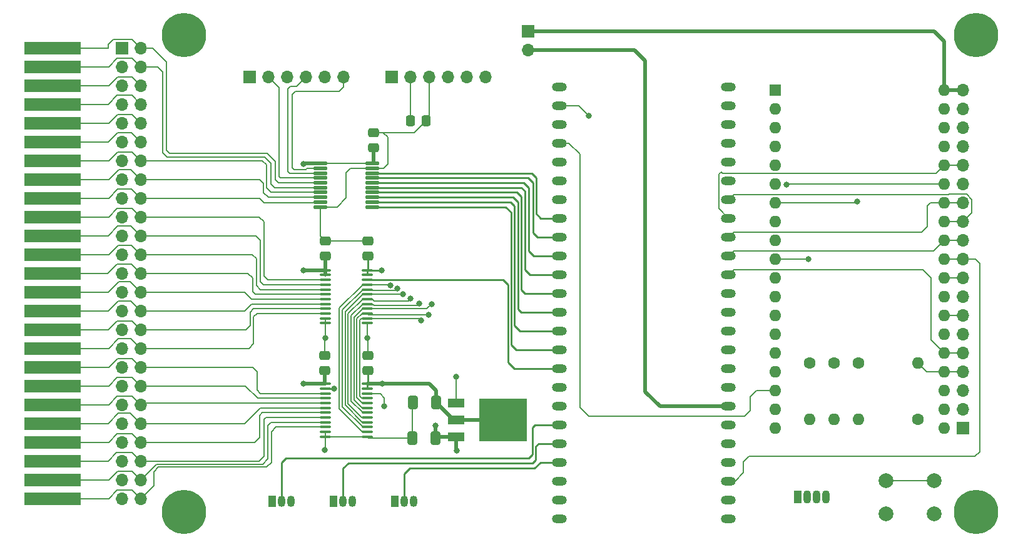
<source format=gbr>
%TF.GenerationSoftware,KiCad,Pcbnew,(6.0.6-0)*%
%TF.CreationDate,2022-07-26T13:54:30-07:00*%
%TF.ProjectId,TRS-IO-M3,5452532d-494f-42d4-9d33-2e6b69636164,rev?*%
%TF.SameCoordinates,Original*%
%TF.FileFunction,Copper,L1,Top*%
%TF.FilePolarity,Positive*%
%FSLAX46Y46*%
G04 Gerber Fmt 4.6, Leading zero omitted, Abs format (unit mm)*
G04 Created by KiCad (PCBNEW (6.0.6-0)) date 2022-07-26 13:54:30*
%MOMM*%
%LPD*%
G01*
G04 APERTURE LIST*
G04 Aperture macros list*
%AMRoundRect*
0 Rectangle with rounded corners*
0 $1 Rounding radius*
0 $2 $3 $4 $5 $6 $7 $8 $9 X,Y pos of 4 corners*
0 Add a 4 corners polygon primitive as box body*
4,1,4,$2,$3,$4,$5,$6,$7,$8,$9,$2,$3,0*
0 Add four circle primitives for the rounded corners*
1,1,$1+$1,$2,$3*
1,1,$1+$1,$4,$5*
1,1,$1+$1,$6,$7*
1,1,$1+$1,$8,$9*
0 Add four rect primitives between the rounded corners*
20,1,$1+$1,$2,$3,$4,$5,0*
20,1,$1+$1,$4,$5,$6,$7,0*
20,1,$1+$1,$6,$7,$8,$9,0*
20,1,$1+$1,$8,$9,$2,$3,0*%
G04 Aperture macros list end*
%TA.AperFunction,ComponentPad*%
%ADD10C,6.000000*%
%TD*%
%TA.AperFunction,ComponentPad*%
%ADD11C,0.800000*%
%TD*%
%TA.AperFunction,ComponentPad*%
%ADD12C,1.600000*%
%TD*%
%TA.AperFunction,ComponentPad*%
%ADD13O,1.600000X1.600000*%
%TD*%
%TA.AperFunction,ComponentPad*%
%ADD14R,1.700000X1.700000*%
%TD*%
%TA.AperFunction,ComponentPad*%
%ADD15O,1.700000X1.700000*%
%TD*%
%TA.AperFunction,SMDPad,CuDef*%
%ADD16RoundRect,0.250000X-0.475000X0.337500X-0.475000X-0.337500X0.475000X-0.337500X0.475000X0.337500X0*%
%TD*%
%TA.AperFunction,ComponentPad*%
%ADD17O,2.000000X1.200000*%
%TD*%
%TA.AperFunction,SMDPad,CuDef*%
%ADD18RoundRect,0.250000X0.475000X-0.337500X0.475000X0.337500X-0.475000X0.337500X-0.475000X-0.337500X0*%
%TD*%
%TA.AperFunction,SMDPad,CuDef*%
%ADD19R,2.200000X1.200000*%
%TD*%
%TA.AperFunction,SMDPad,CuDef*%
%ADD20R,6.400000X5.800000*%
%TD*%
%TA.AperFunction,SMDPad,CuDef*%
%ADD21RoundRect,0.100000X-0.637500X-0.100000X0.637500X-0.100000X0.637500X0.100000X-0.637500X0.100000X0*%
%TD*%
%TA.AperFunction,ComponentPad*%
%ADD22R,1.050000X1.500000*%
%TD*%
%TA.AperFunction,ComponentPad*%
%ADD23O,1.050000X1.500000*%
%TD*%
%TA.AperFunction,SMDPad,CuDef*%
%ADD24RoundRect,0.250000X0.412500X0.650000X-0.412500X0.650000X-0.412500X-0.650000X0.412500X-0.650000X0*%
%TD*%
%TA.AperFunction,ComponentPad*%
%ADD25R,1.600000X1.600000*%
%TD*%
%TA.AperFunction,ConnectorPad*%
%ADD26R,7.620000X1.778000*%
%TD*%
%TA.AperFunction,ComponentPad*%
%ADD27R,1.070000X1.800000*%
%TD*%
%TA.AperFunction,ComponentPad*%
%ADD28O,1.070000X1.800000*%
%TD*%
%TA.AperFunction,ComponentPad*%
%ADD29C,2.000000*%
%TD*%
%TA.AperFunction,SMDPad,CuDef*%
%ADD30RoundRect,0.250000X-0.337500X-0.475000X0.337500X-0.475000X0.337500X0.475000X-0.337500X0.475000X0*%
%TD*%
%TA.AperFunction,SMDPad,CuDef*%
%ADD31RoundRect,0.125000X-0.825000X-0.125000X0.825000X-0.125000X0.825000X0.125000X-0.825000X0.125000X0*%
%TD*%
%TA.AperFunction,ViaPad*%
%ADD32C,0.800000*%
%TD*%
%TA.AperFunction,Conductor*%
%ADD33C,0.200000*%
%TD*%
%TA.AperFunction,Conductor*%
%ADD34C,0.500380*%
%TD*%
%TA.AperFunction,Conductor*%
%ADD35C,0.250000*%
%TD*%
G04 APERTURE END LIST*
D10*
%TO.P,H1,1*%
%TO.N,N/C*%
X124714000Y-60960000D03*
D11*
X126304990Y-62550990D03*
X123123010Y-59369010D03*
X126964000Y-60960000D03*
X124714000Y-58710000D03*
X122464000Y-60960000D03*
X124714000Y-63210000D03*
X126304990Y-59369010D03*
X123123010Y-62550990D03*
%TD*%
%TO.P,H2,1*%
%TO.N,N/C*%
X233540990Y-62550990D03*
X234200000Y-60960000D03*
D10*
X231950000Y-60960000D03*
D11*
X229700000Y-60960000D03*
X230359010Y-62550990D03*
X230359010Y-59369010D03*
X233540990Y-59369010D03*
X231950000Y-63210000D03*
X231950000Y-58710000D03*
%TD*%
%TO.P,H3,1*%
%TO.N,N/C*%
X126964000Y-125476000D03*
X124714000Y-127726000D03*
X126304990Y-123885010D03*
X123123010Y-127066990D03*
D10*
X124714000Y-125476000D03*
D11*
X122464000Y-125476000D03*
X124714000Y-123226000D03*
X126304990Y-127066990D03*
X123123010Y-123885010D03*
%TD*%
%TO.P,H4,1*%
%TO.N,N/C*%
X233540990Y-123885010D03*
X229700000Y-125476000D03*
X233540990Y-127066990D03*
X231950000Y-127726000D03*
X230359010Y-123885010D03*
X234200000Y-125476000D03*
X231950000Y-123226000D03*
X230359010Y-127066990D03*
D10*
X231950000Y-125476000D03*
%TD*%
D12*
%TO.P,R1,1*%
%TO.N,LED_RED*%
X209350000Y-105323000D03*
D13*
%TO.P,R1,2*%
%TO.N,Net-(D1-Pad1)*%
X209350000Y-112943000D03*
%TD*%
D12*
%TO.P,R2,1*%
%TO.N,LED_GREEN*%
X215954000Y-105323000D03*
D13*
%TO.P,R2,2*%
%TO.N,Net-(D1-Pad4)*%
X215954000Y-112943000D03*
%TD*%
D14*
%TO.P,J5,1,Pin_1*%
%TO.N,GND*%
X133600000Y-66675000D03*
D15*
%TO.P,J5,2,Pin_2*%
%TO.N,VIDEO*%
X136140000Y-66675000D03*
%TO.P,J5,3,Pin_3*%
%TO.N,GND*%
X138680000Y-66675000D03*
%TO.P,J5,4,Pin_4*%
%TO.N,VSYNC*%
X141220000Y-66675000D03*
%TO.P,J5,5,Pin_5*%
%TO.N,GND*%
X143760000Y-66675000D03*
%TO.P,J5,6,Pin_6*%
%TO.N,HSYNC*%
X146300000Y-66675000D03*
%TD*%
D16*
%TO.P,C6,1*%
%TO.N,GND*%
X149650000Y-104312500D03*
%TO.P,C6,2*%
%TO.N,+1V8*%
X149650000Y-106387500D03*
%TD*%
D17*
%TO.P,U5,1,Pad_38*%
%TO.N,CS_SD_CARD*%
X175520000Y-67985000D03*
%TO.P,U5,2,Pad_37*%
%TO.N,MOSI*%
X175520000Y-70525000D03*
%TO.P,U5,3,Pad_36*%
%TO.N,SCK*%
X175520000Y-73065000D03*
%TO.P,U5,4,Pad_39*%
%TO.N,MISO*%
X175520000Y-75605000D03*
%TO.P,U5,5,Pad_25*%
%TO.N,HSYNC_O*%
X175520000Y-78145000D03*
%TO.P,U5,6,Pad_26*%
%TO.N,VSYNC_O*%
X175520000Y-80685000D03*
%TO.P,U5,7,Pad_27*%
%TO.N,VIDEO_O*%
X175520000Y-83225000D03*
%TO.P,U5,8,Pad_28*%
%TO.N,HSYNCX*%
X175520000Y-85765000D03*
%TO.P,U5,9,Pad_29*%
%TO.N,VSYNCX*%
X175520000Y-88305000D03*
%TO.P,U5,10,Pad_30*%
%TO.N,VIDEOX*%
X175520000Y-90845000D03*
%TO.P,U5,11,Pad_33*%
%TO.N,_IORQX*%
X175520000Y-93385000D03*
%TO.P,U5,12,Pad_34*%
%TO.N,_M1X*%
X175520000Y-95925000D03*
%TO.P,U5,13,Pad_40*%
%TO.N,_RESETX*%
X175520000Y-98465000D03*
%TO.P,U5,14,Pad_35*%
%TO.N,_OUTX*%
X175520000Y-101005000D03*
%TO.P,U5,15,Pad_41*%
%TO.N,_INX*%
X175520000Y-103545000D03*
%TO.P,U5,16,Pad_42*%
%TO.N,ABUS_SEL_N*%
X175520000Y-106085000D03*
%TO.P,U5,17,Pad_51*%
%TO.N,READ_N*%
X175520000Y-108625000D03*
%TO.P,U5,18,Pad_53*%
%TO.N,DBUS_SEL_N*%
X175520000Y-111165000D03*
%TO.P,U5,19,Pad_54*%
%TO.N,INT*%
X175520000Y-113705000D03*
%TO.P,U5,20,Pad_55*%
%TO.N,WAIT*%
X175520000Y-116245000D03*
%TO.P,U5,21,Pad_56*%
%TO.N,EXTIOSEL*%
X175520000Y-118785000D03*
%TO.P,U5,22,Pad_57*%
%TO.N,unconnected-(U5-Pad22)*%
X175520000Y-121325000D03*
%TO.P,U5,23,Pad_68*%
%TO.N,unconnected-(U5-Pad23)*%
X175520000Y-123865000D03*
%TO.P,U5,24,Pad_69*%
%TO.N,unconnected-(U5-Pad24)*%
X175520000Y-126405000D03*
%TO.P,U5,25,3V3*%
%TO.N,+3V3*%
X198420000Y-126405000D03*
%TO.P,U5,26,GND*%
%TO.N,GND*%
X198420000Y-123865000D03*
%TO.P,U5,27,Pad_32*%
%TO.N,CS_FPGA*%
X198420000Y-121325000D03*
%TO.P,U5,28,Pad_31*%
%TO.N,ESP_S2*%
X198420000Y-118785000D03*
%TO.P,U5,29,Pad_49*%
%TO.N,ESP_S1*%
X198420000Y-116245000D03*
%TO.P,U5,30,Pad_48*%
%TO.N,ESP_S0*%
X198420000Y-113705000D03*
%TO.P,U5,31,5V*%
%TO.N,VU*%
X198420000Y-111165000D03*
%TO.P,U5,32,Pad_70*%
%TO.N,unconnected-(U5-Pad32)*%
X198420000Y-108625000D03*
%TO.P,U5,33,Pad_71*%
%TO.N,unconnected-(U5-Pad33)*%
X198420000Y-106085000D03*
%TO.P,U5,34,Pad_72*%
%TO.N,unconnected-(U5-Pad34)*%
X198420000Y-103545000D03*
%TO.P,U5,35,Pad_73*%
%TO.N,unconnected-(U5-Pad35)*%
X198420000Y-101005000D03*
%TO.P,U5,36,Pad_74*%
%TO.N,unconnected-(U5-Pad36)*%
X198420000Y-98465000D03*
%TO.P,U5,37,Pad_75*%
%TO.N,unconnected-(U5-Pad37)*%
X198420000Y-95925000D03*
%TO.P,U5,38,Pad_76*%
%TO.N,REQ*%
X198420000Y-93385000D03*
%TO.P,U5,39,Pad_77*%
%TO.N,DONE*%
X198420000Y-90845000D03*
%TO.P,U5,40,Pad_79*%
%TO.N,A0D7*%
X198420000Y-88305000D03*
%TO.P,U5,41,Pad_80*%
%TO.N,A1D6*%
X198420000Y-85765000D03*
%TO.P,U5,42,Pad_81*%
%TO.N,A2D5*%
X198420000Y-83225000D03*
%TO.P,U5,43,Pad_82*%
%TO.N,A3D4*%
X198420000Y-80685000D03*
%TO.P,U5,44,Pad_83*%
%TO.N,A4D3*%
X198420000Y-78145000D03*
%TO.P,U5,45,Pad_84*%
%TO.N,A5D2*%
X198420000Y-75605000D03*
%TO.P,U5,46,Pad_85*%
%TO.N,A6D1*%
X198420000Y-73065000D03*
%TO.P,U5,47,Pad_86*%
%TO.N,A7D0*%
X198420000Y-70525000D03*
%TO.P,U5,48,Pad_63*%
%TO.N,unconnected-(U5-Pad48)*%
X198420000Y-67985000D03*
%TD*%
D18*
%TO.P,C1,1*%
%TO.N,+3V3*%
X143850000Y-90887500D03*
%TO.P,C1,2*%
%TO.N,GND*%
X143850000Y-88812500D03*
%TD*%
D16*
%TO.P,C7,1*%
%TO.N,GND*%
X150400000Y-74162500D03*
%TO.P,C7,2*%
%TO.N,+3V3*%
X150400000Y-76237500D03*
%TD*%
D19*
%TO.P,U4,1,GND*%
%TO.N,GND*%
X161575000Y-110795000D03*
%TO.P,U4,2,VO*%
%TO.N,+1V8*%
X161575000Y-113075000D03*
D20*
X167875000Y-113075000D03*
D19*
%TO.P,U4,3,VI*%
%TO.N,+3V3*%
X161575000Y-115355000D03*
%TD*%
D21*
%TO.P,U2,1,VCCA*%
%TO.N,+3V3*%
X143837500Y-108175000D03*
%TO.P,U2,2,DIR*%
%TO.N,READ_N*%
X143837500Y-108825000D03*
%TO.P,U2,3,A1*%
%TO.N,D7*%
X143837500Y-109475000D03*
%TO.P,U2,4,A2*%
%TO.N,D6*%
X143837500Y-110125000D03*
%TO.P,U2,5,A3*%
%TO.N,D5*%
X143837500Y-110775000D03*
%TO.P,U2,6,A4*%
%TO.N,D4*%
X143837500Y-111425000D03*
%TO.P,U2,7,A5*%
%TO.N,D3*%
X143837500Y-112075000D03*
%TO.P,U2,8,A6*%
%TO.N,D2*%
X143837500Y-112725000D03*
%TO.P,U2,9,A7*%
%TO.N,D1*%
X143837500Y-113375000D03*
%TO.P,U2,10,A8*%
%TO.N,D0*%
X143837500Y-114025000D03*
%TO.P,U2,11,GND*%
%TO.N,GND*%
X143837500Y-114675000D03*
%TO.P,U2,12,GND*%
X143837500Y-115325000D03*
%TO.P,U2,13,GND*%
X149562500Y-115325000D03*
%TO.P,U2,14,B8*%
%TO.N,A7D0*%
X149562500Y-114675000D03*
%TO.P,U2,15,B7*%
%TO.N,A6D1*%
X149562500Y-114025000D03*
%TO.P,U2,16,B6*%
%TO.N,A5D2*%
X149562500Y-113375000D03*
%TO.P,U2,17,B5*%
%TO.N,A4D3*%
X149562500Y-112725000D03*
%TO.P,U2,18,B4*%
%TO.N,A3D4*%
X149562500Y-112075000D03*
%TO.P,U2,19,B3*%
%TO.N,A2D5*%
X149562500Y-111425000D03*
%TO.P,U2,20,B2*%
%TO.N,A1D6*%
X149562500Y-110775000D03*
%TO.P,U2,21,B1*%
%TO.N,A0D7*%
X149562500Y-110125000D03*
%TO.P,U2,22,OEn*%
%TO.N,DBUS_SEL_N*%
X149562500Y-109475000D03*
%TO.P,U2,23,VCCB*%
%TO.N,+1V8*%
X149562500Y-108825000D03*
%TO.P,U2,24,VCCB*%
X149562500Y-108175000D03*
%TD*%
D16*
%TO.P,C3,1*%
%TO.N,GND*%
X149600000Y-88812500D03*
%TO.P,C3,2*%
%TO.N,+1V8*%
X149600000Y-90887500D03*
%TD*%
D22*
%TO.P,Q2,1,S*%
%TO.N,GND*%
X144990000Y-124060000D03*
D23*
%TO.P,Q2,2,G*%
%TO.N,WAIT*%
X146260000Y-124060000D03*
%TO.P,Q2,3,D*%
%TO.N,_IOWAIT*%
X147530000Y-124060000D03*
%TD*%
D24*
%TO.P,C4,1*%
%TO.N,+1V8*%
X158812500Y-110700000D03*
%TO.P,C4,2*%
%TO.N,GND*%
X155687500Y-110700000D03*
%TD*%
D14*
%TO.P,J4,1,Pin_1*%
%TO.N,+5V*%
X171300000Y-60475000D03*
D15*
%TO.P,J4,2,Pin_2*%
%TO.N,VU*%
X171300000Y-63015000D03*
%TD*%
D25*
%TO.P,U6,1,GPIO6*%
%TO.N,unconnected-(U6-Pad1)*%
X204750000Y-68400000D03*
D13*
%TO.P,U6,2,GPIO7*%
%TO.N,unconnected-(U6-Pad2)*%
X204750000Y-70940000D03*
%TO.P,U6,3,GPIO8*%
%TO.N,unconnected-(U6-Pad3)*%
X204750000Y-73480000D03*
%TO.P,U6,4,GPIO15*%
%TO.N,A3D4*%
X204750000Y-76020000D03*
%TO.P,U6,5,GPIO2*%
%TO.N,unconnected-(U6-Pad5)*%
X204750000Y-78560000D03*
%TO.P,U6,6,GPIO0*%
%TO.N,unconnected-(U6-Pad6)*%
X204750000Y-81100000D03*
%TO.P,U6,7,GPIO4*%
%TO.N,LED_GREEN*%
X204750000Y-83640000D03*
%TO.P,U6,8,GPIO16*%
%TO.N,ESP_S0*%
X204750000Y-86180000D03*
%TO.P,U6,9,GPIO17*%
%TO.N,ESP_S1*%
X204750000Y-88720000D03*
%TO.P,U6,10,GPIO5*%
%TO.N,LED_RED*%
X204750000Y-91260000D03*
%TO.P,U6,11,GPIO18*%
%TO.N,ESP_S2*%
X204750000Y-93800000D03*
%TO.P,U6,12,GPIO19*%
%TO.N,unconnected-(U6-Pad12)*%
X204750000Y-96340000D03*
%TO.P,U6,13,GND*%
%TO.N,GND*%
X204750000Y-98880000D03*
%TO.P,U6,14,GPIO21*%
%TO.N,MOSI*%
X204750000Y-101420000D03*
%TO.P,U6,15,GPIO3*%
%TO.N,unconnected-(U6-Pad15)*%
X204750000Y-103960000D03*
%TO.P,U6,16,GPIO1*%
%TO.N,unconnected-(U6-Pad16)*%
X204750000Y-106500000D03*
%TO.P,U6,17,GPIO22*%
%TO.N,MISO*%
X204750000Y-109040000D03*
%TO.P,U6,18,GPIO23*%
%TO.N,CS_SD_CARD*%
X204750000Y-111580000D03*
%TO.P,U6,19,GND*%
%TO.N,GND*%
X204750000Y-114120000D03*
%TO.P,U6,20,3V3*%
%TO.N,unconnected-(U6-Pad20)*%
X227610000Y-114120000D03*
%TO.P,U6,21,RESET*%
%TO.N,unconnected-(U6-Pad21)*%
X227610000Y-111580000D03*
%TO.P,U6,22,GPIO36*%
%TO.N,unconnected-(U6-Pad22)*%
X227610000Y-109040000D03*
%TO.P,U6,23,GPIO39*%
%TO.N,BUTTON*%
X227610000Y-106500000D03*
%TO.P,U6,24,GPIO34*%
%TO.N,REQ*%
X227610000Y-103960000D03*
%TO.P,U6,25,GPIO35*%
%TO.N,unconnected-(U6-Pad25)*%
X227610000Y-101420000D03*
%TO.P,U6,26,GPIO32*%
%TO.N,LED_BLUE*%
X227610000Y-98880000D03*
%TO.P,U6,27,GPIO33*%
%TO.N,unconnected-(U6-Pad27)*%
X227610000Y-96340000D03*
%TO.P,U6,28,GPIO25*%
%TO.N,SCK*%
X227610000Y-93800000D03*
%TO.P,U6,29,GPIO26*%
%TO.N,CS_FPGA*%
X227610000Y-91260000D03*
%TO.P,U6,30,GPIO27*%
%TO.N,DONE*%
X227610000Y-88720000D03*
%TO.P,U6,31,GPIO14*%
%TO.N,A2D5*%
X227610000Y-86180000D03*
%TO.P,U6,32,GPIO12*%
%TO.N,A0D7*%
X227610000Y-83640000D03*
%TO.P,U6,33,GND*%
%TO.N,GND*%
X227610000Y-81100000D03*
%TO.P,U6,34,GPIO13*%
%TO.N,A1D6*%
X227610000Y-78560000D03*
%TO.P,U6,35,GPIO9*%
%TO.N,unconnected-(U6-Pad35)*%
X227610000Y-76020000D03*
%TO.P,U6,36,GPIO10*%
%TO.N,unconnected-(U6-Pad36)*%
X227610000Y-73480000D03*
%TO.P,U6,37,GPIO11*%
%TO.N,unconnected-(U6-Pad37)*%
X227610000Y-70940000D03*
%TO.P,U6,38,5V*%
%TO.N,+5V*%
X227610000Y-68463500D03*
%TD*%
D12*
%TO.P,R4,1*%
%TO.N,+3V3*%
X224054000Y-112943000D03*
D13*
%TO.P,R4,2*%
%TO.N,BUTTON*%
X224054000Y-105323000D03*
%TD*%
D26*
%TO.P,J1,1,Pin_1*%
%TO.N,D0*%
X106934000Y-123698000D03*
%TO.P,J1,3,Pin_3*%
%TO.N,D1*%
X106934000Y-121158000D03*
%TO.P,J1,5,Pin_5*%
%TO.N,D2*%
X106934000Y-118618000D03*
%TO.P,J1,7,Pin_7*%
%TO.N,D3*%
X106934000Y-116078000D03*
%TO.P,J1,9,Pin_9*%
%TO.N,D4*%
X106934000Y-113538000D03*
%TO.P,J1,11,Pin_11*%
%TO.N,D5*%
X106934000Y-110998000D03*
%TO.P,J1,13,Pin_13*%
%TO.N,D6*%
X106934000Y-108458000D03*
%TO.P,J1,15,Pin_15*%
%TO.N,D7*%
X106934000Y-105918000D03*
%TO.P,J1,17,Pin_17*%
%TO.N,A0*%
X106934000Y-103378000D03*
%TO.P,J1,19,Pin_19*%
%TO.N,A1*%
X106934000Y-100838000D03*
%TO.P,J1,21,Pin_21*%
%TO.N,A2*%
X106934000Y-98298000D03*
%TO.P,J1,23,Pin_23*%
%TO.N,A3*%
X106934000Y-95758000D03*
%TO.P,J1,25,Pin_25*%
%TO.N,A4*%
X106934000Y-93218000D03*
%TO.P,J1,27,Pin_27*%
%TO.N,A5*%
X106934000Y-90678000D03*
%TO.P,J1,29,Pin_29*%
%TO.N,A6*%
X106934000Y-88138000D03*
%TO.P,J1,31,Pin_31*%
%TO.N,A7*%
X106934000Y-85598000D03*
%TO.P,J1,33,Pin_33*%
%TO.N,_IN*%
X106934000Y-83058000D03*
%TO.P,J1,35,Pin_35*%
%TO.N,_OUT*%
X106934000Y-80518000D03*
%TO.P,J1,37,Pin_37*%
%TO.N,_RESET*%
X106934000Y-77978000D03*
%TO.P,J1,39,Pin_39*%
%TO.N,_IOINT*%
X106934000Y-75438000D03*
%TO.P,J1,41,Pin_41*%
%TO.N,_IOWAIT*%
X106934000Y-72898000D03*
%TO.P,J1,43,Pin_43*%
%TO.N,_EXTIOSEL*%
X106934000Y-70358000D03*
%TO.P,J1,45,Pin_45*%
%TO.N,NC*%
X106934000Y-67818000D03*
%TO.P,J1,47,Pin_47*%
%TO.N,_M1*%
X106934000Y-65278000D03*
%TO.P,J1,49,Pin_49*%
%TO.N,_IORQ*%
X106934000Y-62738000D03*
%TD*%
D22*
%TO.P,Q1,1,S*%
%TO.N,GND*%
X136700000Y-124060000D03*
D23*
%TO.P,Q1,2,G*%
%TO.N,INT*%
X137970000Y-124060000D03*
%TO.P,Q1,3,D*%
%TO.N,_IOINT*%
X139240000Y-124060000D03*
%TD*%
D14*
%TO.P,J6,1,Pin_1*%
%TO.N,GND*%
X152800000Y-66675000D03*
D15*
%TO.P,J6,2,Pin_2*%
%TO.N,VIDEO_O*%
X155340000Y-66675000D03*
%TO.P,J6,3,Pin_3*%
%TO.N,GND*%
X157880000Y-66675000D03*
%TO.P,J6,4,Pin_4*%
%TO.N,VSYNC_O*%
X160420000Y-66675000D03*
%TO.P,J6,5,Pin_5*%
%TO.N,GND*%
X162960000Y-66675000D03*
%TO.P,J6,6,Pin_6*%
%TO.N,HSYNC_O*%
X165500000Y-66675000D03*
%TD*%
D12*
%TO.P,R3,1*%
%TO.N,LED_BLUE*%
X212652000Y-105323000D03*
D13*
%TO.P,R3,2*%
%TO.N,Net-(D1-Pad3)*%
X212652000Y-112943000D03*
%TD*%
D27*
%TO.P,D1,1,RA*%
%TO.N,Net-(D1-Pad1)*%
X207750000Y-123500000D03*
D28*
%TO.P,D1,2,K*%
%TO.N,GND*%
X209020000Y-123500000D03*
%TO.P,D1,3,BA*%
%TO.N,Net-(D1-Pad3)*%
X210290000Y-123500000D03*
%TO.P,D1,4,GA*%
%TO.N,Net-(D1-Pad4)*%
X211560000Y-123500000D03*
%TD*%
D15*
%TO.P,J2,1,Pin_1*%
%TO.N,D0*%
X118867000Y-123703000D03*
%TO.P,J2,2,Pin_2*%
%TO.N,GND*%
X116327000Y-123703000D03*
%TO.P,J2,3,Pin_3*%
%TO.N,D1*%
X118867000Y-121163000D03*
%TO.P,J2,4,Pin_4*%
%TO.N,GND*%
X116327000Y-121163000D03*
%TO.P,J2,5,Pin_5*%
%TO.N,D2*%
X118867000Y-118623000D03*
%TO.P,J2,6,Pin_6*%
%TO.N,GND*%
X116327000Y-118623000D03*
%TO.P,J2,7,Pin_7*%
%TO.N,D3*%
X118867000Y-116083000D03*
%TO.P,J2,8,Pin_8*%
%TO.N,GND*%
X116327000Y-116083000D03*
%TO.P,J2,9,Pin_9*%
%TO.N,D4*%
X118867000Y-113543000D03*
%TO.P,J2,10,Pin_10*%
%TO.N,GND*%
X116327000Y-113543000D03*
%TO.P,J2,11,Pin_11*%
%TO.N,D5*%
X118867000Y-111003000D03*
%TO.P,J2,12,Pin_12*%
%TO.N,GND*%
X116327000Y-111003000D03*
%TO.P,J2,13,Pin_13*%
%TO.N,D6*%
X118867000Y-108463000D03*
%TO.P,J2,14,Pin_14*%
%TO.N,GND*%
X116327000Y-108463000D03*
%TO.P,J2,15,Pin_15*%
%TO.N,D7*%
X118867000Y-105923000D03*
%TO.P,J2,16,Pin_16*%
%TO.N,GND*%
X116327000Y-105923000D03*
%TO.P,J2,17,Pin_17*%
%TO.N,A0*%
X118867000Y-103383000D03*
%TO.P,J2,18,Pin_18*%
%TO.N,GND*%
X116327000Y-103383000D03*
%TO.P,J2,19,Pin_19*%
%TO.N,A1*%
X118867000Y-100843000D03*
%TO.P,J2,20,Pin_20*%
%TO.N,GND*%
X116327000Y-100843000D03*
%TO.P,J2,21,Pin_21*%
%TO.N,A2*%
X118867000Y-98303000D03*
%TO.P,J2,22,Pin_22*%
%TO.N,GND*%
X116327000Y-98303000D03*
%TO.P,J2,23,Pin_23*%
%TO.N,A3*%
X118867000Y-95763000D03*
%TO.P,J2,24,Pin_24*%
%TO.N,GND*%
X116327000Y-95763000D03*
%TO.P,J2,25,Pin_25*%
%TO.N,A4*%
X118867000Y-93223000D03*
%TO.P,J2,26,Pin_26*%
%TO.N,GND*%
X116327000Y-93223000D03*
%TO.P,J2,27,Pin_27*%
%TO.N,A5*%
X118867000Y-90683000D03*
%TO.P,J2,28,Pin_28*%
%TO.N,GND*%
X116327000Y-90683000D03*
%TO.P,J2,29,Pin_29*%
%TO.N,A6*%
X118867000Y-88143000D03*
%TO.P,J2,30,Pin_30*%
%TO.N,GND*%
X116327000Y-88143000D03*
%TO.P,J2,31,Pin_31*%
%TO.N,A7*%
X118867000Y-85603000D03*
%TO.P,J2,32,Pin_32*%
%TO.N,GND*%
X116327000Y-85603000D03*
%TO.P,J2,33,Pin_33*%
%TO.N,_IN*%
X118867000Y-83063000D03*
%TO.P,J2,34,Pin_34*%
%TO.N,GND*%
X116327000Y-83063000D03*
%TO.P,J2,35,Pin_35*%
%TO.N,_OUT*%
X118867000Y-80523000D03*
%TO.P,J2,36,Pin_36*%
%TO.N,GND*%
X116327000Y-80523000D03*
%TO.P,J2,37,Pin_37*%
%TO.N,_RESET*%
X118867000Y-77983000D03*
%TO.P,J2,38,Pin_38*%
%TO.N,GND*%
X116327000Y-77983000D03*
%TO.P,J2,39,Pin_39*%
%TO.N,_IOINT*%
X118867000Y-75443000D03*
%TO.P,J2,40,Pin_40*%
%TO.N,GND*%
X116327000Y-75443000D03*
%TO.P,J2,41,Pin_41*%
%TO.N,_IOWAIT*%
X118867000Y-72903000D03*
%TO.P,J2,42,Pin_42*%
%TO.N,GND*%
X116327000Y-72903000D03*
%TO.P,J2,43,Pin_43*%
%TO.N,_EXTIOSEL*%
X118867000Y-70363000D03*
%TO.P,J2,44,Pin_44*%
%TO.N,GND*%
X116327000Y-70363000D03*
%TO.P,J2,45,Pin_45*%
%TO.N,NC*%
X118867000Y-67823000D03*
%TO.P,J2,46,Pin_46*%
%TO.N,GND*%
X116327000Y-67823000D03*
%TO.P,J2,47,Pin_47*%
%TO.N,_M1*%
X118867000Y-65283000D03*
%TO.P,J2,48,Pin_48*%
%TO.N,GND*%
X116327000Y-65283000D03*
%TO.P,J2,49,Pin_49*%
%TO.N,_IORQ*%
X118867000Y-62743000D03*
D14*
%TO.P,J2,50,Pin_50*%
%TO.N,GND*%
X116327000Y-62743000D03*
%TD*%
D18*
%TO.P,C2,1*%
%TO.N,+3V3*%
X143800000Y-106387500D03*
%TO.P,C2,2*%
%TO.N,GND*%
X143800000Y-104312500D03*
%TD*%
D29*
%TO.P,SW1,1,1*%
%TO.N,GND*%
X226250000Y-125750000D03*
X219750000Y-125750000D03*
%TO.P,SW1,2,2*%
%TO.N,BUTTON*%
X226250000Y-121250000D03*
X219750000Y-121250000D03*
%TD*%
D21*
%TO.P,U1,1,VCCA*%
%TO.N,+3V3*%
X143837500Y-92800000D03*
%TO.P,U1,2,DIR*%
X143837500Y-93450000D03*
%TO.P,U1,3,A1*%
%TO.N,A7*%
X143837500Y-94100000D03*
%TO.P,U1,4,A2*%
%TO.N,A6*%
X143837500Y-94750000D03*
%TO.P,U1,5,A3*%
%TO.N,A5*%
X143837500Y-95400000D03*
%TO.P,U1,6,A4*%
%TO.N,A4*%
X143837500Y-96050000D03*
%TO.P,U1,7,A5*%
%TO.N,A3*%
X143837500Y-96700000D03*
%TO.P,U1,8,A6*%
%TO.N,A2*%
X143837500Y-97350000D03*
%TO.P,U1,9,A7*%
%TO.N,A1*%
X143837500Y-98000000D03*
%TO.P,U1,10,A8*%
%TO.N,A0*%
X143837500Y-98650000D03*
%TO.P,U1,11,GND*%
%TO.N,GND*%
X143837500Y-99300000D03*
%TO.P,U1,12,GND*%
X143837500Y-99950000D03*
%TO.P,U1,13,GND*%
X149562500Y-99950000D03*
%TO.P,U1,14,B8*%
%TO.N,A0D7*%
X149562500Y-99300000D03*
%TO.P,U1,15,B7*%
%TO.N,A1D6*%
X149562500Y-98650000D03*
%TO.P,U1,16,B6*%
%TO.N,A2D5*%
X149562500Y-98000000D03*
%TO.P,U1,17,B5*%
%TO.N,A3D4*%
X149562500Y-97350000D03*
%TO.P,U1,18,B4*%
%TO.N,A4D3*%
X149562500Y-96700000D03*
%TO.P,U1,19,B3*%
%TO.N,A5D2*%
X149562500Y-96050000D03*
%TO.P,U1,20,B2*%
%TO.N,A6D1*%
X149562500Y-95400000D03*
%TO.P,U1,21,B1*%
%TO.N,A7D0*%
X149562500Y-94750000D03*
%TO.P,U1,22,OEn*%
%TO.N,ABUS_SEL_N*%
X149562500Y-94100000D03*
%TO.P,U1,23,VCCB*%
%TO.N,+1V8*%
X149562500Y-93450000D03*
%TO.P,U1,24,VCCB*%
X149562500Y-92800000D03*
%TD*%
D24*
%TO.P,C5,1*%
%TO.N,+3V3*%
X158762500Y-115500000D03*
%TO.P,C5,2*%
%TO.N,GND*%
X155637500Y-115500000D03*
%TD*%
D30*
%TO.P,C8,1*%
%TO.N,VIDEO_O*%
X155375000Y-72550000D03*
%TO.P,C8,2*%
%TO.N,GND*%
X157450000Y-72550000D03*
%TD*%
D31*
%TO.P,U3,1,A->B*%
%TO.N,+3V3*%
X143200000Y-78375000D03*
%TO.P,U3,2,A0*%
%TO.N,HSYNC*%
X143200000Y-79025000D03*
%TO.P,U3,3,A1*%
%TO.N,VSYNC*%
X143200000Y-79675000D03*
%TO.P,U3,4,A2*%
%TO.N,VIDEO*%
X143200000Y-80325000D03*
%TO.P,U3,5,A3*%
%TO.N,_IORQ*%
X143200000Y-80975000D03*
%TO.P,U3,6,A4*%
%TO.N,_M1*%
X143200000Y-81625000D03*
%TO.P,U3,7,A5*%
%TO.N,_RESET*%
X143200000Y-82275000D03*
%TO.P,U3,8,A6*%
%TO.N,_OUT*%
X143200000Y-82925000D03*
%TO.P,U3,9,A7*%
%TO.N,_IN*%
X143200000Y-83575000D03*
%TO.P,U3,10,GND*%
%TO.N,GND*%
X143200000Y-84225000D03*
%TO.P,U3,11,B7*%
%TO.N,_INX*%
X150200000Y-84225000D03*
%TO.P,U3,12,B6*%
%TO.N,_OUTX*%
X150200000Y-83575000D03*
%TO.P,U3,13,B5*%
%TO.N,_RESETX*%
X150200000Y-82925000D03*
%TO.P,U3,14,B4*%
%TO.N,_M1X*%
X150200000Y-82275000D03*
%TO.P,U3,15,B3*%
%TO.N,_IORQX*%
X150200000Y-81625000D03*
%TO.P,U3,16,B2*%
%TO.N,VIDEOX*%
X150200000Y-80975000D03*
%TO.P,U3,17,B1*%
%TO.N,VSYNCX*%
X150200000Y-80325000D03*
%TO.P,U3,18,B0*%
%TO.N,HSYNCX*%
X150200000Y-79675000D03*
%TO.P,U3,19,CE*%
%TO.N,GND*%
X150200000Y-79025000D03*
%TO.P,U3,20,VCC*%
%TO.N,+3V3*%
X150200000Y-78375000D03*
%TD*%
D15*
%TO.P,J3,19,Pin_19*%
%TO.N,+5V*%
X230150000Y-68430000D03*
%TO.P,J3,18,Pin_18*%
%TO.N,unconnected-(J3-Pad18)*%
X230150000Y-70970000D03*
%TO.P,J3,17,Pin_17*%
%TO.N,unconnected-(J3-Pad17)*%
X230150000Y-73510000D03*
%TO.P,J3,16,Pin_16*%
%TO.N,unconnected-(J3-Pad16)*%
X230150000Y-76050000D03*
%TO.P,J3,15,Pin_15*%
%TO.N,A1D6*%
X230150000Y-78590000D03*
%TO.P,J3,14,Pin_14*%
%TO.N,GND*%
X230150000Y-81130000D03*
%TO.P,J3,13,Pin_13*%
%TO.N,A0D7*%
X230150000Y-83670000D03*
%TO.P,J3,12,Pin_12*%
%TO.N,A2D5*%
X230150000Y-86210000D03*
%TO.P,J3,11,Pin_11*%
%TO.N,DONE*%
X230150000Y-88750000D03*
%TO.P,J3,10,Pin_10*%
%TO.N,CS_FPGA*%
X230150000Y-91290000D03*
%TO.P,J3,9,Pin_9*%
%TO.N,SCK*%
X230150000Y-93830000D03*
%TO.P,J3,8,Pin_8*%
%TO.N,unconnected-(J3-Pad8)*%
X230150000Y-96370000D03*
%TO.P,J3,7,Pin_7*%
%TO.N,LED_BLUE*%
X230150000Y-98910000D03*
%TO.P,J3,6,Pin_6*%
%TO.N,unconnected-(J3-Pad6)*%
X230150000Y-101450000D03*
%TO.P,J3,5,Pin_5*%
%TO.N,REQ*%
X230150000Y-103990000D03*
%TO.P,J3,4,Pin_4*%
%TO.N,BUTTON*%
X230150000Y-106530000D03*
%TO.P,J3,3,Pin_3*%
%TO.N,unconnected-(J3-Pad3)*%
X230150000Y-109070000D03*
%TO.P,J3,2,Pin_2*%
%TO.N,unconnected-(J3-Pad2)*%
X230150000Y-111610000D03*
D14*
%TO.P,J3,1,Pin_1*%
%TO.N,unconnected-(J3-Pad1)*%
X230150000Y-114150000D03*
%TD*%
D22*
%TO.P,Q3,1,S*%
%TO.N,GND*%
X153280000Y-124060000D03*
D23*
%TO.P,Q3,2,G*%
%TO.N,EXTIOSEL*%
X154550000Y-124060000D03*
%TO.P,Q3,3,D*%
%TO.N,_EXTIOSEL*%
X155820000Y-124060000D03*
%TD*%
D32*
%TO.N,GND*%
X149550000Y-101950000D03*
X143850000Y-101950000D03*
X161550000Y-107200000D03*
X143750000Y-117150000D03*
X206250000Y-81200000D03*
%TO.N,LED_GREEN*%
X215800000Y-83500000D03*
%TO.N,LED_RED*%
X209200000Y-91300000D03*
%TO.N,MOSI*%
X179500000Y-71900000D03*
%TO.N,+3V3*%
X161600000Y-117200000D03*
%TO.N,A0D7*%
X156800000Y-99600000D03*
%TO.N,A1D6*%
X157800000Y-98800000D03*
%TO.N,A2D5*%
X158250000Y-97350000D03*
%TO.N,A3D4*%
X156550000Y-97300000D03*
%TO.N,A4D3*%
X155400000Y-96650000D03*
%TO.N,A5D2*%
X154350000Y-96050000D03*
%TO.N,A6D1*%
X153582448Y-95293852D03*
%TO.N,A7D0*%
X152700000Y-94824500D03*
%TO.N,READ_N*%
X145025500Y-108850000D03*
%TO.N,DBUS_SEL_N*%
X151850000Y-111200000D03*
%TO.N,+3V3*%
X140900000Y-78450000D03*
X140900000Y-92800000D03*
X140900000Y-108150000D03*
X158750000Y-113800000D03*
%TO.N,+1V8*%
X151500000Y-92850000D03*
X151525000Y-108175000D03*
%TD*%
D33*
%TO.N,GND*%
X149650000Y-104312500D02*
X149650000Y-102050000D01*
X149650000Y-102050000D02*
X149550000Y-101950000D01*
X149562500Y-101937500D02*
X149550000Y-101950000D01*
X149562500Y-99950000D02*
X149562500Y-101937500D01*
X143800000Y-104312500D02*
X143800000Y-102000000D01*
X143800000Y-102000000D02*
X143850000Y-101950000D01*
X143837500Y-101937500D02*
X143850000Y-101950000D01*
X143837500Y-99950000D02*
X143837500Y-101937500D01*
X143837500Y-99300000D02*
X143837500Y-99950000D01*
%TO.N,DBUS_SEL_N*%
X149587500Y-109500000D02*
X151300000Y-109500000D01*
X149562500Y-109475000D02*
X149587500Y-109500000D01*
X151300000Y-109500000D02*
X151850000Y-110050000D01*
X151850000Y-110050000D02*
X151850000Y-111200000D01*
%TO.N,GND*%
X161575000Y-107225000D02*
X161550000Y-107200000D01*
X161575000Y-110795000D02*
X161575000Y-107225000D01*
X143837500Y-117062500D02*
X143750000Y-117150000D01*
X143837500Y-115325000D02*
X143837500Y-117062500D01*
X146650000Y-79650000D02*
X146650000Y-83000000D01*
X145425000Y-84225000D02*
X143200000Y-84225000D01*
X150200000Y-79025000D02*
X147275000Y-79025000D01*
X147275000Y-79025000D02*
X146650000Y-79650000D01*
X146650000Y-83000000D02*
X145425000Y-84225000D01*
X152300000Y-78450000D02*
X152300000Y-74800000D01*
X150200000Y-79025000D02*
X151725000Y-79025000D01*
X152300000Y-74800000D02*
X151662500Y-74162500D01*
X151725000Y-79025000D02*
X152300000Y-78450000D01*
X151662500Y-74162500D02*
X150400000Y-74162500D01*
X150400000Y-74162500D02*
X155837500Y-74162500D01*
X155837500Y-74162500D02*
X157450000Y-72550000D01*
X157450000Y-72550000D02*
X157880000Y-72120000D01*
X157880000Y-72120000D02*
X157880000Y-66675000D01*
%TO.N,VIDEO_O*%
X155375000Y-72550000D02*
X155340000Y-72515000D01*
X155340000Y-72515000D02*
X155340000Y-66675000D01*
%TO.N,MISO*%
X204750000Y-109040000D02*
X202210000Y-109040000D01*
X202210000Y-109040000D02*
X201350000Y-109900000D01*
X200577110Y-112572890D02*
X179522890Y-112572890D01*
X179522890Y-112572890D02*
X178300000Y-111350000D01*
X178300000Y-111350000D02*
X178300000Y-77100000D01*
X201350000Y-109900000D02*
X201350000Y-111800000D01*
X178300000Y-77100000D02*
X176805000Y-75605000D01*
X201350000Y-111800000D02*
X200577110Y-112572890D01*
X176805000Y-75605000D02*
X175520000Y-75605000D01*
%TO.N,A0D7*%
X198420000Y-88305000D02*
X199105000Y-87620000D01*
X199105000Y-87620000D02*
X224530000Y-87620000D01*
X224530000Y-87620000D02*
X225300000Y-86850000D01*
X225300000Y-86850000D02*
X225300000Y-84100000D01*
X225300000Y-84100000D02*
X225760000Y-83640000D01*
X225760000Y-83640000D02*
X227610000Y-83640000D01*
%TO.N,GND*%
X206250000Y-81200000D02*
X206350000Y-81100000D01*
X206350000Y-81100000D02*
X227610000Y-81100000D01*
%TO.N,BUTTON*%
X219750000Y-121250000D02*
X226250000Y-121250000D01*
%TO.N,CS_FPGA*%
X198420000Y-121325000D02*
X199275000Y-121325000D01*
X232400000Y-91900000D02*
X231790000Y-91290000D01*
X199275000Y-121325000D02*
X200450000Y-120150000D01*
X231750000Y-118000000D02*
X232400000Y-117350000D01*
X200450000Y-120150000D02*
X200450000Y-118750000D01*
X200450000Y-118750000D02*
X201200000Y-118000000D01*
X201200000Y-118000000D02*
X231750000Y-118000000D01*
X232400000Y-117350000D02*
X232400000Y-91900000D01*
X231790000Y-91290000D02*
X230150000Y-91290000D01*
%TO.N,REQ*%
X224700000Y-92700000D02*
X225850000Y-93850000D01*
X225850000Y-102200000D02*
X227610000Y-103960000D01*
X198420000Y-93385000D02*
X199105000Y-92700000D01*
X225850000Y-93850000D02*
X225850000Y-102200000D01*
X199105000Y-92700000D02*
X224700000Y-92700000D01*
%TO.N,DONE*%
X198420000Y-90845000D02*
X199105000Y-90160000D01*
X199105000Y-90160000D02*
X226170000Y-90160000D01*
X226170000Y-90160000D02*
X227610000Y-88720000D01*
%TO.N,A1D6*%
X197120000Y-79807109D02*
X197427109Y-79500000D01*
X197120000Y-84465000D02*
X197120000Y-79807109D01*
X198420000Y-85765000D02*
X197120000Y-84465000D01*
X197427109Y-79500000D02*
X197587109Y-79660000D01*
X197587109Y-79660000D02*
X226510000Y-79660000D01*
X226510000Y-79660000D02*
X227610000Y-78560000D01*
%TO.N,A2D5*%
X199105000Y-82540000D02*
X228200000Y-82540000D01*
X198420000Y-83225000D02*
X199105000Y-82540000D01*
X228200000Y-82540000D02*
X228220000Y-82520000D01*
X228220000Y-82520000D02*
X230626346Y-82520000D01*
X230626346Y-82520000D02*
X231350000Y-83243654D01*
X231350000Y-83243654D02*
X231350000Y-85010000D01*
X231350000Y-85010000D02*
X230150000Y-86210000D01*
%TO.N,LED_GREEN*%
X215660000Y-83640000D02*
X215800000Y-83500000D01*
X204750000Y-83640000D02*
X215660000Y-83640000D01*
%TO.N,LED_RED*%
X209160000Y-91260000D02*
X209200000Y-91300000D01*
X204750000Y-91260000D02*
X209160000Y-91260000D01*
D34*
%TO.N,VU*%
X171300000Y-63015000D02*
X185715000Y-63015000D01*
X187150000Y-64450000D02*
X187150000Y-109200000D01*
X185715000Y-63015000D02*
X187150000Y-64450000D01*
X187150000Y-109200000D02*
X189115000Y-111165000D01*
X189115000Y-111165000D02*
X198420000Y-111165000D01*
D33*
%TO.N,MOSI*%
X175520000Y-70525000D02*
X178125000Y-70525000D01*
X178125000Y-70525000D02*
X179500000Y-71900000D01*
D34*
%TO.N,+5V*%
X227610000Y-68463500D02*
X227610000Y-61810000D01*
X227610000Y-61810000D02*
X226275000Y-60475000D01*
X226275000Y-60475000D02*
X171300000Y-60475000D01*
D33*
%TO.N,BUTTON*%
X227610000Y-106500000D02*
X225231000Y-106500000D01*
X225231000Y-106500000D02*
X224054000Y-105323000D01*
X227610000Y-106500000D02*
X230120000Y-106500000D01*
X230120000Y-106500000D02*
X230150000Y-106530000D01*
%TO.N,REQ*%
X227610000Y-103960000D02*
X230120000Y-103960000D01*
X230120000Y-103960000D02*
X230150000Y-103990000D01*
%TO.N,LED_BLUE*%
X227610000Y-98880000D02*
X230120000Y-98880000D01*
X230120000Y-98880000D02*
X230150000Y-98910000D01*
%TO.N,SCK*%
X227610000Y-93800000D02*
X230120000Y-93800000D01*
X230120000Y-93800000D02*
X230150000Y-93830000D01*
%TO.N,CS_FPGA*%
X227610000Y-91260000D02*
X230120000Y-91260000D01*
X230120000Y-91260000D02*
X230150000Y-91290000D01*
%TO.N,DONE*%
X227610000Y-88720000D02*
X230120000Y-88720000D01*
X230120000Y-88720000D02*
X230150000Y-88750000D01*
%TO.N,A2D5*%
X227610000Y-86180000D02*
X230120000Y-86180000D01*
X230120000Y-86180000D02*
X230150000Y-86210000D01*
%TO.N,A0D7*%
X227610000Y-83640000D02*
X230120000Y-83640000D01*
X230120000Y-83640000D02*
X230150000Y-83670000D01*
%TO.N,A1D6*%
X227610000Y-78560000D02*
X230120000Y-78560000D01*
X230120000Y-78560000D02*
X230150000Y-78590000D01*
D34*
%TO.N,+5V*%
X227610000Y-68463500D02*
X230116500Y-68463500D01*
X230116500Y-68463500D02*
X230150000Y-68430000D01*
%TO.N,+3V3*%
X161575000Y-115355000D02*
X161575000Y-117175000D01*
X161575000Y-117175000D02*
X161600000Y-117200000D01*
D33*
%TO.N,A0D7*%
X156500000Y-99300000D02*
X149562500Y-99300000D01*
X156800000Y-99600000D02*
X156500000Y-99300000D01*
%TO.N,A1D6*%
X149712500Y-98800000D02*
X149562500Y-98650000D01*
X157800000Y-98800000D02*
X149712500Y-98800000D01*
%TO.N,A2D5*%
X158250000Y-97350000D02*
X157600000Y-98000000D01*
X157600000Y-98000000D02*
X149562500Y-98000000D01*
%TO.N,A3D4*%
X156550000Y-97300000D02*
X156250000Y-97600000D01*
X156250000Y-97600000D02*
X150465685Y-97600000D01*
X150465685Y-97600000D02*
X150215685Y-97350000D01*
X150215685Y-97350000D02*
X149562500Y-97350000D01*
%TO.N,A4D3*%
X155400000Y-96650000D02*
X155100000Y-96950000D01*
X155100000Y-96950000D02*
X150465685Y-96950000D01*
X150465685Y-96950000D02*
X150215685Y-96700000D01*
X150215685Y-96700000D02*
X149562500Y-96700000D01*
%TO.N,A5D2*%
X154350000Y-96050000D02*
X149562500Y-96050000D01*
%TO.N,A6D1*%
X153582448Y-95293852D02*
X153351800Y-95524500D01*
X153351800Y-95524500D02*
X149687000Y-95524500D01*
X149687000Y-95524500D02*
X149562500Y-95400000D01*
%TO.N,A7D0*%
X152625500Y-94750000D02*
X149562500Y-94750000D01*
X152700000Y-94824500D02*
X152625500Y-94750000D01*
%TO.N,D7*%
X143837500Y-109475000D02*
X135075000Y-109475000D01*
X135075000Y-109475000D02*
X134600000Y-109000000D01*
X134600000Y-109000000D02*
X134600000Y-106500000D01*
X134600000Y-106500000D02*
X134023000Y-105923000D01*
X134023000Y-105923000D02*
X118867000Y-105923000D01*
%TO.N,D3*%
X143837500Y-112075000D02*
X135325000Y-112075000D01*
X135325000Y-112075000D02*
X134950000Y-112450000D01*
X134950000Y-112450000D02*
X134950000Y-115450000D01*
X134950000Y-115450000D02*
X134317000Y-116083000D01*
X134317000Y-116083000D02*
X118867000Y-116083000D01*
%TO.N,D2*%
X143837500Y-112725000D02*
X135825000Y-112725000D01*
X135825000Y-112725000D02*
X135550000Y-113000000D01*
X135550000Y-113000000D02*
X135550000Y-117950000D01*
X135550000Y-117950000D02*
X134877000Y-118623000D01*
X134877000Y-118623000D02*
X118867000Y-118623000D01*
%TO.N,D1*%
X143837500Y-113375000D02*
X136525000Y-113375000D01*
X136525000Y-113375000D02*
X136100000Y-113800000D01*
X136100000Y-113800000D02*
X136100000Y-118300000D01*
X135377000Y-119023000D02*
X121007000Y-119023000D01*
X136100000Y-118300000D02*
X135377000Y-119023000D01*
X121007000Y-119023000D02*
X118867000Y-121163000D01*
%TO.N,D0*%
X118867000Y-123703000D02*
X120650000Y-121920000D01*
X120650000Y-121920000D02*
X120650000Y-120050000D01*
X120650000Y-120050000D02*
X121277000Y-119423000D01*
X121277000Y-119423000D02*
X135927000Y-119423000D01*
X135927000Y-119423000D02*
X136550000Y-118800000D01*
X136550000Y-118800000D02*
X136550000Y-114650000D01*
X136550000Y-114650000D02*
X137175000Y-114025000D01*
X137175000Y-114025000D02*
X143837500Y-114025000D01*
D34*
%TO.N,+1V8*%
X161575000Y-113075000D02*
X167875000Y-113075000D01*
D35*
%TO.N,READ_N*%
X145025500Y-108850000D02*
X143862500Y-108850000D01*
X143862500Y-108850000D02*
X143837500Y-108825000D01*
%TO.N,INT*%
X175520000Y-113705000D02*
X172245000Y-113705000D01*
X172245000Y-113705000D02*
X171850000Y-114100000D01*
X171850000Y-114100000D02*
X171850000Y-117750000D01*
X171850000Y-117750000D02*
X171350000Y-118250000D01*
X171350000Y-118250000D02*
X138550000Y-118250000D01*
X138550000Y-118250000D02*
X137970000Y-118830000D01*
X137970000Y-118830000D02*
X137970000Y-124060000D01*
%TO.N,WAIT*%
X175520000Y-116245000D02*
X172705000Y-116245000D01*
X172300000Y-116650000D02*
X172300000Y-118500000D01*
X172705000Y-116245000D02*
X172300000Y-116650000D01*
X172300000Y-118500000D02*
X171900000Y-118900000D01*
X171900000Y-118900000D02*
X146950000Y-118900000D01*
X146950000Y-118900000D02*
X146260000Y-119590000D01*
X146260000Y-119590000D02*
X146260000Y-124060000D01*
%TO.N,EXTIOSEL*%
X175520000Y-118785000D02*
X172965000Y-118785000D01*
X172965000Y-118785000D02*
X172150000Y-119600000D01*
X172150000Y-119600000D02*
X155250000Y-119600000D01*
X155250000Y-119600000D02*
X154550000Y-120300000D01*
X154550000Y-120300000D02*
X154550000Y-124060000D01*
%TO.N,ABUS_SEL_N*%
X168550000Y-105250000D02*
X168550000Y-94750000D01*
X168550000Y-94750000D02*
X167900000Y-94100000D01*
X175520000Y-106085000D02*
X169385000Y-106085000D01*
X169385000Y-106085000D02*
X168550000Y-105250000D01*
X167900000Y-94100000D02*
X149562500Y-94100000D01*
%TO.N,VIDEOX*%
X175520000Y-90845000D02*
X172020000Y-90845000D01*
X172020000Y-90845000D02*
X171400000Y-90225000D01*
X171400000Y-90225000D02*
X171400000Y-81650000D01*
X171400000Y-81650000D02*
X170725000Y-80975000D01*
X170725000Y-80975000D02*
X150200000Y-80975000D01*
%TO.N,VSYNCX*%
X175520000Y-88305000D02*
X172555000Y-88305000D01*
X171275000Y-80325000D02*
X150200000Y-80325000D01*
X172555000Y-88305000D02*
X171950000Y-87700000D01*
X171950000Y-81000000D02*
X171275000Y-80325000D01*
X171950000Y-87700000D02*
X171950000Y-81000000D01*
%TO.N,_M1X*%
X175520000Y-95925000D02*
X170825000Y-95925000D01*
X170825000Y-95925000D02*
X170350000Y-95450000D01*
X170350000Y-95450000D02*
X170350000Y-82850000D01*
X170350000Y-82850000D02*
X169775000Y-82275000D01*
X169775000Y-82275000D02*
X150200000Y-82275000D01*
%TO.N,_OUTX*%
X175520000Y-101005000D02*
X170155000Y-101005000D01*
X169450000Y-84100000D02*
X168925000Y-83575000D01*
X170155000Y-101005000D02*
X169450000Y-100300000D01*
X169450000Y-100300000D02*
X169450000Y-84100000D01*
X168925000Y-83575000D02*
X150200000Y-83575000D01*
%TO.N,_INX*%
X175520000Y-103545000D02*
X169695000Y-103545000D01*
X169000000Y-84950000D02*
X168275000Y-84225000D01*
X169695000Y-103545000D02*
X169000000Y-102850000D01*
X168275000Y-84225000D02*
X150200000Y-84225000D01*
X169000000Y-102850000D02*
X169000000Y-84950000D01*
%TO.N,_RESETX*%
X175520000Y-98465000D02*
X170315000Y-98465000D01*
X170315000Y-98465000D02*
X169900000Y-98050000D01*
X169900000Y-98050000D02*
X169900000Y-83550000D01*
X169900000Y-83550000D02*
X169275000Y-82925000D01*
X169275000Y-82925000D02*
X150200000Y-82925000D01*
%TO.N,_IORQX*%
X175520000Y-93385000D02*
X171535000Y-93385000D01*
X171535000Y-93385000D02*
X170850000Y-92700000D01*
X170850000Y-92700000D02*
X170850000Y-82100000D01*
X170850000Y-82100000D02*
X170375000Y-81625000D01*
X170375000Y-81625000D02*
X150200000Y-81625000D01*
%TO.N,HSYNCX*%
X175520000Y-85765000D02*
X173015000Y-85765000D01*
X172400000Y-85150000D02*
X172400000Y-80250000D01*
X173015000Y-85765000D02*
X172400000Y-85150000D01*
X171825000Y-79675000D02*
X150200000Y-79675000D01*
X172400000Y-80250000D02*
X171825000Y-79675000D01*
D33*
%TO.N,GND*%
X143837500Y-115325000D02*
X149562500Y-115325000D01*
X143200000Y-88162500D02*
X143850000Y-88812500D01*
X149600000Y-88812500D02*
X143850000Y-88812500D01*
X155637500Y-115500000D02*
X155637500Y-110750000D01*
X143837500Y-114675000D02*
X143837500Y-115325000D01*
X155637500Y-115500000D02*
X149737500Y-115500000D01*
X155637500Y-110750000D02*
X155687500Y-110700000D01*
X149737500Y-115500000D02*
X149562500Y-115325000D01*
X143200000Y-84225000D02*
X143200000Y-88162500D01*
D34*
%TO.N,+3V3*%
X143837500Y-92800000D02*
X143837500Y-93450000D01*
X158907500Y-115355000D02*
X158762500Y-115500000D01*
X150400000Y-78175000D02*
X150250190Y-78324810D01*
X150400000Y-76237500D02*
X150400000Y-78175000D01*
X143850000Y-92787500D02*
X143837500Y-92800000D01*
X140900000Y-78450000D02*
X141025190Y-78324810D01*
X158762500Y-113812500D02*
X158750000Y-113800000D01*
X161575000Y-115355000D02*
X158907500Y-115355000D01*
X140925000Y-108175000D02*
X140900000Y-108150000D01*
X141025190Y-78324810D02*
X143149810Y-78324810D01*
X143850000Y-90887500D02*
X143850000Y-92787500D01*
X143800000Y-108137500D02*
X143837500Y-108175000D01*
D33*
X150200000Y-78375000D02*
X143200000Y-78375000D01*
D34*
X143837500Y-108175000D02*
X140925000Y-108175000D01*
X150250190Y-78324810D02*
X150200000Y-78324810D01*
X143800000Y-106387500D02*
X143800000Y-108137500D01*
X158762500Y-115500000D02*
X158762500Y-113812500D01*
X143837500Y-92800000D02*
X140900000Y-92800000D01*
D33*
%TO.N,_IN*%
X117637367Y-81833367D02*
X118867000Y-83063000D01*
X134963000Y-83063000D02*
X135575000Y-83675000D01*
X106934000Y-83058000D02*
X114558000Y-83058000D01*
X114558000Y-83058000D02*
X115782633Y-81833367D01*
X118867000Y-83063000D02*
X134963000Y-83063000D01*
X135575000Y-83675000D02*
X142925000Y-83675000D01*
X115782633Y-81833367D02*
X117637367Y-81833367D01*
%TO.N,_OUT*%
X136125000Y-82925000D02*
X143200000Y-82925000D01*
X106934000Y-80518000D02*
X114532000Y-80518000D01*
X117507367Y-79163367D02*
X118867000Y-80523000D01*
X118867000Y-80523000D02*
X134973000Y-80523000D01*
X114532000Y-80518000D02*
X115886633Y-79163367D01*
X134973000Y-80523000D02*
X135500000Y-81050000D01*
X135500000Y-81050000D02*
X135500000Y-82300000D01*
X135500000Y-82300000D02*
X136125000Y-82925000D01*
X115886633Y-79163367D02*
X117507367Y-79163367D01*
%TO.N,_RESET*%
X114522000Y-77978000D02*
X115706633Y-76793367D01*
X136525000Y-82275000D02*
X143200000Y-82275000D01*
X117677367Y-76793367D02*
X118867000Y-77983000D01*
X118867000Y-77983000D02*
X135333000Y-77983000D01*
X135900000Y-81650000D02*
X136525000Y-82275000D01*
X115706633Y-76793367D02*
X117677367Y-76793367D01*
X135333000Y-77983000D02*
X135900000Y-78550000D01*
X135900000Y-78550000D02*
X135900000Y-81650000D01*
X106934000Y-77978000D02*
X114522000Y-77978000D01*
%TO.N,_IOINT*%
X114512000Y-75438000D02*
X115726633Y-74223367D01*
X106934000Y-75438000D02*
X114512000Y-75438000D01*
X115726633Y-74223367D02*
X117647367Y-74223367D01*
X117647367Y-74223367D02*
X118867000Y-75443000D01*
%TO.N,_IOWAIT*%
X114598000Y-72898000D02*
X115743000Y-71753000D01*
X115743000Y-71753000D02*
X117717000Y-71753000D01*
X106934000Y-72898000D02*
X114598000Y-72898000D01*
X117717000Y-71753000D02*
X118867000Y-72903000D01*
%TO.N,_EXTIOSEL*%
X106934000Y-70358000D02*
X114492000Y-70358000D01*
X114492000Y-70358000D02*
X115700000Y-69150000D01*
X115700000Y-69150000D02*
X117654000Y-69150000D01*
X117654000Y-69150000D02*
X118867000Y-70363000D01*
%TO.N,NC*%
X117707367Y-66663367D02*
X118867000Y-67823000D01*
X115736633Y-66663367D02*
X117707367Y-66663367D01*
X114582000Y-67818000D02*
X115736633Y-66663367D01*
X106934000Y-67818000D02*
X114582000Y-67818000D01*
%TO.N,_M1*%
X114522000Y-65278000D02*
X115667000Y-64133000D01*
X118867000Y-65283000D02*
X121133000Y-65283000D01*
X121800000Y-76900000D02*
X122400000Y-77500000D01*
X122400000Y-77500000D02*
X135650000Y-77500000D01*
X136450000Y-78300000D02*
X136450000Y-81100000D01*
X115667000Y-64133000D02*
X117717000Y-64133000D01*
X117717000Y-64133000D02*
X118867000Y-65283000D01*
X106934000Y-65278000D02*
X114522000Y-65278000D01*
X136450000Y-81100000D02*
X136975000Y-81625000D01*
X136975000Y-81625000D02*
X143200000Y-81625000D01*
X135650000Y-77500000D02*
X136450000Y-78300000D01*
X121800000Y-65950000D02*
X121800000Y-76900000D01*
X121133000Y-65283000D02*
X121800000Y-65950000D01*
%TO.N,_IORQ*%
X122350000Y-64600000D02*
X122350000Y-76550000D01*
X122350000Y-76550000D02*
X122800000Y-77000000D01*
X114488000Y-62282000D02*
X115177000Y-61593000D01*
X137050000Y-78100000D02*
X137050000Y-80500000D01*
X135950000Y-77000000D02*
X137050000Y-78100000D01*
X115177000Y-61593000D02*
X117717000Y-61593000D01*
X137050000Y-80500000D02*
X137525000Y-80975000D01*
X118867000Y-62743000D02*
X120493000Y-62743000D01*
X137525000Y-80975000D02*
X143200000Y-80975000D01*
X120493000Y-62743000D02*
X122350000Y-64600000D01*
X122800000Y-77000000D02*
X135950000Y-77000000D01*
X114488000Y-62738000D02*
X114488000Y-62282000D01*
X117717000Y-61593000D02*
X118867000Y-62743000D01*
X106934000Y-62738000D02*
X114488000Y-62738000D01*
%TO.N,A2D5*%
X147725000Y-110325000D02*
X148825000Y-111425000D01*
X149562500Y-98000000D02*
X148909315Y-98000000D01*
X148909315Y-98000000D02*
X147725000Y-99184315D01*
X147725000Y-99184315D02*
X147725000Y-110325000D01*
X148825000Y-111425000D02*
X149562500Y-111425000D01*
%TO.N,D4*%
X114462000Y-113538000D02*
X115847000Y-112153000D01*
X117477000Y-112153000D02*
X118867000Y-113543000D01*
X115847000Y-112153000D02*
X117477000Y-112153000D01*
X143837500Y-111425000D02*
X135025000Y-111425000D01*
X132907000Y-113543000D02*
X118867000Y-113543000D01*
X106934000Y-113538000D02*
X114462000Y-113538000D01*
X135025000Y-111425000D02*
X132907000Y-113543000D01*
%TO.N,A0D7*%
X148525000Y-109875000D02*
X148775000Y-110125000D01*
X149562500Y-99300000D02*
X148750000Y-99300000D01*
X148750000Y-99300000D02*
X148525000Y-99525000D01*
X148775000Y-110125000D02*
X149562500Y-110125000D01*
X148525000Y-99525000D02*
X148525000Y-109875000D01*
%TO.N,D7*%
X117680000Y-104736000D02*
X118867000Y-105923000D01*
X106934000Y-105918000D02*
X114568000Y-105918000D01*
X115750000Y-104736000D02*
X117680000Y-104736000D01*
X114568000Y-105918000D02*
X115750000Y-104736000D01*
%TO.N,A1D6*%
X148125000Y-110040686D02*
X148859314Y-110775000D01*
X148834315Y-98650000D02*
X148125000Y-99359315D01*
X148125000Y-99359315D02*
X148125000Y-110040686D01*
X148859314Y-110775000D02*
X149562500Y-110775000D01*
X149562500Y-98650000D02*
X148834315Y-98650000D01*
%TO.N,D1*%
X106934000Y-121158000D02*
X114592000Y-121158000D01*
X115737000Y-120013000D02*
X117717000Y-120013000D01*
X117717000Y-120013000D02*
X118867000Y-121163000D01*
X114592000Y-121158000D02*
X115737000Y-120013000D01*
%TO.N,D6*%
X143837500Y-110125000D02*
X134675000Y-110125000D01*
X117717000Y-107313000D02*
X118867000Y-108463000D01*
X133013000Y-108463000D02*
X118867000Y-108463000D01*
X106934000Y-108458000D02*
X114542000Y-108458000D01*
X115687000Y-107313000D02*
X117717000Y-107313000D01*
X114542000Y-108458000D02*
X115687000Y-107313000D01*
X134675000Y-110125000D02*
X133013000Y-108463000D01*
%TO.N,A0*%
X134150000Y-99100000D02*
X134150000Y-102750000D01*
X143837500Y-98650000D02*
X134600000Y-98650000D01*
X134150000Y-102750000D02*
X133517000Y-103383000D01*
X133517000Y-103383000D02*
X118867000Y-103383000D01*
X134600000Y-98650000D02*
X134150000Y-99100000D01*
X114522000Y-103378000D02*
X115850654Y-102049346D01*
X115850654Y-102049346D02*
X117533346Y-102049346D01*
X106934000Y-103378000D02*
X114522000Y-103378000D01*
X117533346Y-102049346D02*
X118867000Y-103383000D01*
%TO.N,D3*%
X114528000Y-116078000D02*
X115673000Y-114933000D01*
X117717000Y-114933000D02*
X118867000Y-116083000D01*
X106934000Y-116078000D02*
X114528000Y-116078000D01*
X115673000Y-114933000D02*
X117717000Y-114933000D01*
%TO.N,A1*%
X106934000Y-100838000D02*
X114462000Y-100838000D01*
X134150000Y-98000000D02*
X133700000Y-98450000D01*
X117672367Y-99648367D02*
X118867000Y-100843000D01*
X114462000Y-100838000D02*
X115651633Y-99648367D01*
X115651633Y-99648367D02*
X117672367Y-99648367D01*
X143837500Y-98000000D02*
X134150000Y-98000000D01*
X133107000Y-100843000D02*
X118867000Y-100843000D01*
X133700000Y-98450000D02*
X133700000Y-100250000D01*
X133700000Y-100250000D02*
X133107000Y-100843000D01*
%TO.N,D5*%
X115693000Y-109853000D02*
X117717000Y-109853000D01*
X143837500Y-110775000D02*
X119095000Y-110775000D01*
X114548000Y-110998000D02*
X115693000Y-109853000D01*
X106934000Y-110998000D02*
X114548000Y-110998000D01*
X119095000Y-110775000D02*
X118867000Y-111003000D01*
X117717000Y-109853000D02*
X118867000Y-111003000D01*
%TO.N,D0*%
X106934000Y-123698000D02*
X114548000Y-123698000D01*
X117717000Y-122553000D02*
X118867000Y-123703000D01*
X114548000Y-123698000D02*
X115693000Y-122553000D01*
X115693000Y-122553000D02*
X117717000Y-122553000D01*
%TO.N,A4*%
X134350000Y-96050000D02*
X134000000Y-95700000D01*
X133373000Y-93223000D02*
X118867000Y-93223000D01*
X134000000Y-95700000D02*
X134000000Y-93850000D01*
X134000000Y-93850000D02*
X133373000Y-93223000D01*
X117632367Y-91988367D02*
X118867000Y-93223000D01*
X114432000Y-93218000D02*
X115661633Y-91988367D01*
X115661633Y-91988367D02*
X117632367Y-91988367D01*
X143837500Y-96050000D02*
X134350000Y-96050000D01*
X106934000Y-93218000D02*
X114432000Y-93218000D01*
%TO.N,D2*%
X115613000Y-117473000D02*
X117717000Y-117473000D01*
X114468000Y-118618000D02*
X115613000Y-117473000D01*
X106934000Y-118618000D02*
X114468000Y-118618000D01*
X117717000Y-117473000D02*
X118867000Y-118623000D01*
%TO.N,A3*%
X115877000Y-94373000D02*
X117477000Y-94373000D01*
X133900000Y-96700000D02*
X132963000Y-95763000D01*
X132963000Y-95763000D02*
X118867000Y-95763000D01*
X114492000Y-95758000D02*
X115877000Y-94373000D01*
X117477000Y-94373000D02*
X118867000Y-95763000D01*
X143837500Y-96700000D02*
X133900000Y-96700000D01*
X106934000Y-95758000D02*
X114492000Y-95758000D01*
%TO.N,A5*%
X117584000Y-89400000D02*
X118867000Y-90683000D01*
X106934000Y-90678000D02*
X114522000Y-90678000D01*
X134500000Y-91250000D02*
X133933000Y-90683000D01*
X143837500Y-95400000D02*
X135050000Y-95400000D01*
X115800000Y-89400000D02*
X117584000Y-89400000D01*
X135050000Y-95400000D02*
X134500000Y-94850000D01*
X134500000Y-94850000D02*
X134500000Y-91250000D01*
X133933000Y-90683000D02*
X118867000Y-90683000D01*
X114522000Y-90678000D02*
X115800000Y-89400000D01*
%TO.N,A7*%
X117717000Y-84453000D02*
X118867000Y-85603000D01*
X135550000Y-93550000D02*
X135550000Y-86250000D01*
X106934000Y-85598000D02*
X114548000Y-85598000D01*
X143837500Y-94100000D02*
X136100000Y-94100000D01*
X115693000Y-84453000D02*
X117717000Y-84453000D01*
X134903000Y-85603000D02*
X118867000Y-85603000D01*
X135550000Y-86250000D02*
X134903000Y-85603000D01*
X136100000Y-94100000D02*
X135550000Y-93550000D01*
X114548000Y-85598000D02*
X115693000Y-84453000D01*
%TO.N,A6*%
X115776633Y-86823367D02*
X117547367Y-86823367D01*
X117547367Y-86823367D02*
X118867000Y-88143000D01*
X106934000Y-88138000D02*
X114462000Y-88138000D01*
X135050000Y-88750000D02*
X134443000Y-88143000D01*
X134443000Y-88143000D02*
X118867000Y-88143000D01*
X135500000Y-94750000D02*
X135050000Y-94300000D01*
X114462000Y-88138000D02*
X115776633Y-86823367D01*
X143837500Y-94750000D02*
X135500000Y-94750000D01*
X135050000Y-94300000D02*
X135050000Y-88750000D01*
%TO.N,A2*%
X114502000Y-98298000D02*
X115821633Y-96978367D01*
X143837500Y-97350000D02*
X133850000Y-97350000D01*
X133850000Y-97350000D02*
X132897000Y-98303000D01*
X117542367Y-96978367D02*
X118867000Y-98303000D01*
X132897000Y-98303000D02*
X118867000Y-98303000D01*
X115821633Y-96978367D02*
X117542367Y-96978367D01*
X106934000Y-98298000D02*
X114502000Y-98298000D01*
D34*
%TO.N,+1V8*%
X157925000Y-108175000D02*
X151525000Y-108175000D01*
D35*
X149562500Y-108175000D02*
X149562500Y-108825000D01*
X149612500Y-92850000D02*
X149562500Y-92800000D01*
D34*
X161187500Y-113075000D02*
X158812500Y-110700000D01*
X151525000Y-108175000D02*
X149562500Y-108175000D01*
D35*
X151500000Y-92850000D02*
X149612500Y-92850000D01*
D34*
X161575000Y-113075000D02*
X161187500Y-113075000D01*
X158850000Y-110662500D02*
X158850000Y-109100000D01*
D35*
X149600000Y-90887500D02*
X149600000Y-92762500D01*
D34*
X158812500Y-110700000D02*
X158850000Y-110662500D01*
X158850000Y-109100000D02*
X157925000Y-108175000D01*
D35*
X149600000Y-92762500D02*
X149562500Y-92800000D01*
X149562500Y-92800000D02*
X149562500Y-93450000D01*
X149650000Y-106387500D02*
X149650000Y-108087500D01*
X149650000Y-108087500D02*
X149562500Y-108175000D01*
D33*
%TO.N,VIDEO*%
X137550000Y-68085000D02*
X136140000Y-66675000D01*
X143200000Y-80325000D02*
X137775000Y-80325000D01*
X137550000Y-80100000D02*
X137550000Y-68085000D01*
X137775000Y-80325000D02*
X137550000Y-80100000D01*
%TO.N,VSYNC*%
X138750000Y-68300000D02*
X139100000Y-67950000D01*
X143200000Y-79675000D02*
X139025000Y-79675000D01*
X138750000Y-79400000D02*
X138750000Y-68300000D01*
X139945000Y-67950000D02*
X141220000Y-66675000D01*
X139100000Y-67950000D02*
X139945000Y-67950000D01*
X139025000Y-79675000D02*
X138750000Y-79400000D01*
%TO.N,HSYNC*%
X143200000Y-79025000D02*
X141314950Y-79025000D01*
X139800000Y-68600000D02*
X145750000Y-68600000D01*
X145750000Y-68600000D02*
X146300000Y-68050000D01*
X141314950Y-79025000D02*
X141189950Y-79150000D01*
X146300000Y-68050000D02*
X146300000Y-66675000D01*
X139400000Y-78900000D02*
X139400000Y-69000000D01*
X141189950Y-79150000D02*
X139650000Y-79150000D01*
X139400000Y-69000000D02*
X139800000Y-68600000D01*
X139650000Y-79150000D02*
X139400000Y-78900000D01*
%TO.N,A3D4*%
X148909314Y-112075000D02*
X149562500Y-112075000D01*
X148909315Y-97350000D02*
X147325000Y-98934315D01*
X149562500Y-97350000D02*
X148909315Y-97350000D01*
X147325000Y-98934315D02*
X147325000Y-110490686D01*
X147325000Y-110490686D02*
X148909314Y-112075000D01*
%TO.N,A4D3*%
X148909315Y-96700000D02*
X146925000Y-98684315D01*
X148775000Y-112725000D02*
X149562500Y-112725000D01*
X146925000Y-110875000D02*
X148775000Y-112725000D01*
X149562500Y-96700000D02*
X148909315Y-96700000D01*
X146925000Y-98684315D02*
X146925000Y-110875000D01*
%TO.N,A5D2*%
X146525000Y-98434315D02*
X146525000Y-111040686D01*
X149562500Y-96050000D02*
X148909315Y-96050000D01*
X146525000Y-111040686D02*
X148859314Y-113375000D01*
X148909315Y-96050000D02*
X146525000Y-98434315D01*
X148859314Y-113375000D02*
X149562500Y-113375000D01*
%TO.N,A6D1*%
X146125000Y-111240685D02*
X148909315Y-114025000D01*
X148909315Y-114025000D02*
X149562500Y-114025000D01*
X149562500Y-95400000D02*
X148909315Y-95400000D01*
X148909315Y-95400000D02*
X146125000Y-98184315D01*
X146125000Y-98184315D02*
X146125000Y-111240685D01*
%TO.N,A7D0*%
X149562500Y-94750000D02*
X148909315Y-94750000D01*
X145725000Y-97934315D02*
X145725000Y-111525000D01*
X148875000Y-114675000D02*
X149562500Y-114675000D01*
X148909315Y-94750000D02*
X145725000Y-97934315D01*
X145725000Y-111525000D02*
X148875000Y-114675000D01*
%TD*%
M02*

</source>
